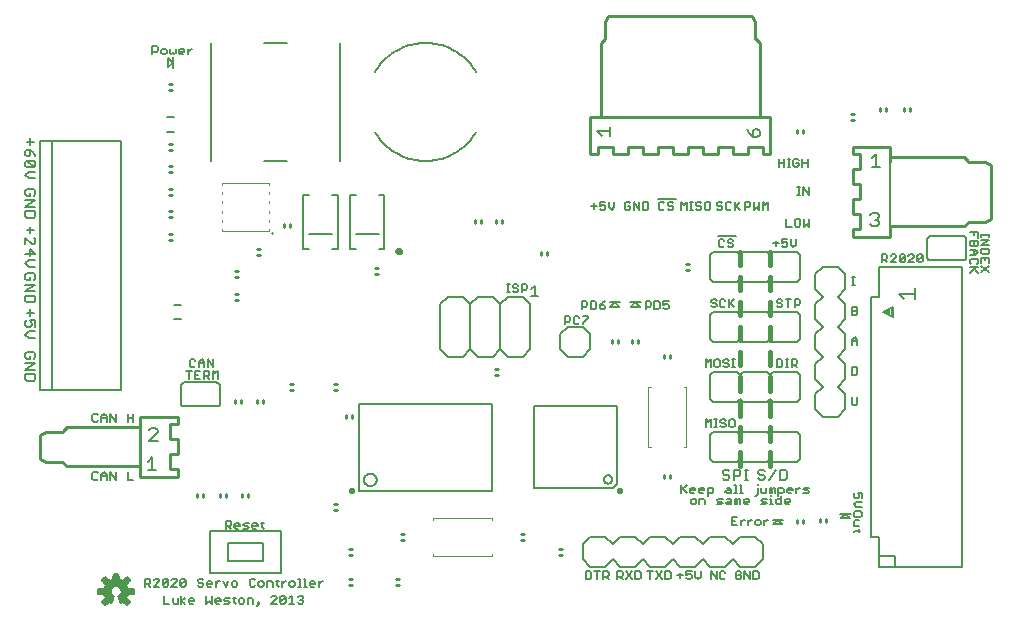
<source format=gto>
G75*
G70*
%OFA0B0*%
%FSLAX24Y24*%
%IPPOS*%
%LPD*%
%AMOC8*
5,1,8,0,0,1.08239X$1,22.5*
%
%ADD10C,0.0060*%
%ADD11C,0.0050*%
%ADD12C,0.0150*%
%ADD13C,0.0110*%
%ADD14C,0.0100*%
%ADD15C,0.0070*%
%ADD16C,0.0039*%
%ADD17C,0.0120*%
%ADD18R,0.0100X0.0200*%
%ADD19R,0.0050X0.0150*%
%ADD20R,0.0100X0.0100*%
%ADD21C,0.0080*%
%ADD22C,0.0059*%
D10*
X006130Y007530D02*
X007230Y007530D01*
X007247Y007532D01*
X007264Y007536D01*
X007280Y007543D01*
X007294Y007553D01*
X007307Y007566D01*
X007317Y007580D01*
X007324Y007596D01*
X007328Y007613D01*
X007330Y007630D01*
X007330Y008230D01*
X007328Y008247D01*
X007324Y008264D01*
X007317Y008280D01*
X007307Y008294D01*
X007294Y008307D01*
X007280Y008317D01*
X007264Y008324D01*
X007247Y008328D01*
X007230Y008330D01*
X006130Y008330D01*
X006113Y008328D01*
X006096Y008324D01*
X006080Y008317D01*
X006066Y008307D01*
X006053Y008294D01*
X006043Y008280D01*
X006036Y008264D01*
X006032Y008247D01*
X006030Y008230D01*
X006030Y007630D01*
X006032Y007613D01*
X006036Y007596D01*
X006043Y007580D01*
X006053Y007566D01*
X006066Y007553D01*
X006080Y007543D01*
X006096Y007536D01*
X006113Y007532D01*
X006130Y007530D01*
X006038Y010444D02*
X005802Y010444D01*
X005802Y010916D02*
X006038Y010916D01*
X001175Y011056D02*
X001175Y011226D01*
X000835Y011226D01*
X000835Y011056D01*
X000892Y010999D01*
X001119Y010999D01*
X001175Y011056D01*
X001005Y010775D02*
X001005Y010548D01*
X001005Y010407D02*
X001062Y010293D01*
X001062Y010237D01*
X001005Y010180D01*
X000892Y010180D01*
X000835Y010237D01*
X000835Y010350D01*
X000892Y010407D01*
X001005Y010407D02*
X001175Y010407D01*
X001175Y010180D01*
X001175Y010038D02*
X000948Y010038D01*
X000835Y009925D01*
X000948Y009812D01*
X001175Y009812D01*
X001119Y009338D02*
X000892Y009338D01*
X000835Y009281D01*
X000835Y009167D01*
X000892Y009111D01*
X001005Y009111D01*
X001005Y009224D01*
X001119Y009111D02*
X001175Y009167D01*
X001175Y009281D01*
X001119Y009338D01*
X001175Y008969D02*
X000835Y008969D01*
X000835Y008742D02*
X001175Y008742D01*
X001175Y008601D02*
X001175Y008431D01*
X001119Y008374D01*
X000892Y008374D01*
X000835Y008431D01*
X000835Y008601D01*
X001175Y008601D01*
X001175Y008969D02*
X000835Y008742D01*
X000892Y010662D02*
X001119Y010662D01*
X001175Y011367D02*
X000835Y011367D01*
X001175Y011594D01*
X000835Y011594D01*
X000892Y011736D02*
X001005Y011736D01*
X001005Y011849D01*
X000892Y011736D02*
X000835Y011792D01*
X000835Y011906D01*
X000892Y011963D01*
X001119Y011963D01*
X001175Y011906D01*
X001175Y011792D01*
X001119Y011736D01*
X001175Y012193D02*
X000948Y012193D01*
X000835Y012307D01*
X000948Y012420D01*
X001175Y012420D01*
X001175Y012618D02*
X001005Y012788D01*
X001005Y012562D01*
X000835Y012618D02*
X001175Y012618D01*
X001119Y012930D02*
X001175Y012987D01*
X001175Y013100D01*
X001119Y013157D01*
X001005Y013298D02*
X001005Y013525D01*
X000892Y013412D02*
X001119Y013412D01*
X000835Y013157D02*
X001062Y012930D01*
X001119Y012930D01*
X000835Y012930D02*
X000835Y013157D01*
X000892Y013812D02*
X001119Y013812D01*
X001175Y013868D01*
X001175Y014038D01*
X000835Y014038D01*
X000835Y013868D01*
X000892Y013812D01*
X000835Y014180D02*
X001175Y014180D01*
X001175Y014407D02*
X000835Y014407D01*
X000892Y014548D02*
X001005Y014548D01*
X001005Y014662D01*
X000892Y014775D02*
X000835Y014718D01*
X000835Y014605D01*
X000892Y014548D01*
X001119Y014548D02*
X001175Y014605D01*
X001175Y014718D01*
X001119Y014775D01*
X000892Y014775D01*
X000948Y015131D02*
X001175Y015131D01*
X001175Y015358D02*
X000948Y015358D01*
X000835Y015244D01*
X000948Y015131D01*
X000892Y015499D02*
X000835Y015556D01*
X000835Y015669D01*
X000892Y015726D01*
X001119Y015499D01*
X000892Y015499D01*
X001119Y015499D02*
X001175Y015556D01*
X001175Y015669D01*
X001119Y015726D01*
X000892Y015726D01*
X000892Y015867D02*
X000948Y015867D01*
X001005Y015924D01*
X001005Y016094D01*
X000892Y016094D01*
X000835Y016037D01*
X000835Y015924D01*
X000892Y015867D01*
X001005Y016094D02*
X001119Y015981D01*
X001175Y015867D01*
X001005Y016236D02*
X001005Y016463D01*
X000892Y016349D02*
X001119Y016349D01*
X001175Y014407D02*
X000835Y014180D01*
X005562Y016694D02*
X005798Y016694D01*
X005798Y017166D02*
X005562Y017166D01*
X014680Y010930D02*
X014930Y011180D01*
X015430Y011180D01*
X015680Y010930D01*
X015680Y009430D01*
X015430Y009180D01*
X014930Y009180D01*
X014680Y009430D01*
X014680Y010930D01*
X015680Y010930D02*
X015930Y011180D01*
X016430Y011180D01*
X016680Y010930D01*
X016680Y009430D01*
X016430Y009180D01*
X015930Y009180D01*
X015680Y009430D01*
X016680Y009430D02*
X016930Y009180D01*
X017430Y009180D01*
X017680Y009430D01*
X017680Y010930D01*
X017430Y011180D01*
X016930Y011180D01*
X016680Y010930D01*
X017710Y011210D02*
X017937Y011210D01*
X017823Y011210D02*
X017823Y011550D01*
X017710Y011437D01*
X018930Y010180D02*
X018680Y009930D01*
X018680Y009430D01*
X018930Y009180D01*
X019430Y009180D01*
X019680Y009430D01*
X019680Y009930D01*
X019430Y010180D01*
X018930Y010180D01*
X017800Y007560D02*
X020560Y007560D01*
X020560Y004940D01*
X020420Y004800D01*
X017800Y004800D01*
X017800Y007560D01*
X016400Y007625D02*
X011950Y007625D01*
X011950Y004725D01*
X016400Y004725D01*
X016400Y007625D01*
X020119Y005100D02*
X020121Y005123D01*
X020127Y005146D01*
X020136Y005167D01*
X020149Y005187D01*
X020165Y005204D01*
X020183Y005218D01*
X020203Y005229D01*
X020225Y005237D01*
X020248Y005241D01*
X020272Y005241D01*
X020295Y005237D01*
X020317Y005229D01*
X020337Y005218D01*
X020355Y005204D01*
X020371Y005187D01*
X020384Y005167D01*
X020393Y005146D01*
X020399Y005123D01*
X020401Y005100D01*
X020399Y005077D01*
X020393Y005054D01*
X020384Y005033D01*
X020371Y005013D01*
X020355Y004996D01*
X020337Y004982D01*
X020317Y004971D01*
X020295Y004963D01*
X020272Y004959D01*
X020248Y004959D01*
X020225Y004963D01*
X020203Y004971D01*
X020183Y004982D01*
X020165Y004996D01*
X020149Y005013D01*
X020136Y005033D01*
X020127Y005054D01*
X020121Y005077D01*
X020119Y005100D01*
X020180Y003180D02*
X019680Y003180D01*
X019430Y002930D01*
X019430Y002430D01*
X019680Y002180D01*
X020180Y002180D01*
X020430Y002430D01*
X020680Y002180D01*
X021180Y002180D01*
X021430Y002430D01*
X021680Y002180D01*
X022180Y002180D01*
X022430Y002430D01*
X022680Y002180D01*
X023180Y002180D01*
X023430Y002430D01*
X023680Y002180D01*
X024180Y002180D01*
X024430Y002430D01*
X024680Y002180D01*
X025180Y002180D01*
X025430Y002430D01*
X025430Y002930D01*
X025180Y003180D01*
X024680Y003180D01*
X024430Y002930D01*
X024180Y003180D01*
X023680Y003180D01*
X023430Y002930D01*
X023180Y003180D01*
X022680Y003180D01*
X022430Y002930D01*
X022180Y003180D01*
X021680Y003180D01*
X021430Y002930D01*
X021180Y003180D01*
X020680Y003180D01*
X020430Y002930D01*
X020180Y003180D01*
X023680Y005780D02*
X023780Y005680D01*
X024580Y005680D01*
X024680Y005780D01*
X024780Y005680D01*
X025580Y005680D01*
X025680Y005780D01*
X025780Y005680D01*
X026580Y005680D01*
X026680Y005780D01*
X026680Y006580D01*
X026580Y006680D01*
X025780Y006680D01*
X025680Y006580D01*
X025580Y006680D01*
X024780Y006680D01*
X024680Y006580D01*
X024580Y006680D01*
X023780Y006680D01*
X023680Y006580D01*
X023680Y005780D01*
X024085Y005369D02*
X024085Y005312D01*
X024142Y005255D01*
X024255Y005255D01*
X024312Y005198D01*
X024312Y005142D01*
X024255Y005085D01*
X024142Y005085D01*
X024085Y005142D01*
X024085Y005369D02*
X024142Y005425D01*
X024255Y005425D01*
X024312Y005369D01*
X024453Y005425D02*
X024623Y005425D01*
X024680Y005369D01*
X024680Y005255D01*
X024623Y005198D01*
X024453Y005198D01*
X024453Y005085D02*
X024453Y005425D01*
X024822Y005425D02*
X024935Y005425D01*
X024878Y005425D02*
X024878Y005085D01*
X024822Y005085D02*
X024935Y005085D01*
X025273Y005142D02*
X025329Y005085D01*
X025443Y005085D01*
X025499Y005142D01*
X025499Y005198D01*
X025443Y005255D01*
X025329Y005255D01*
X025273Y005312D01*
X025273Y005369D01*
X025329Y005425D01*
X025443Y005425D01*
X025499Y005369D01*
X025641Y005085D02*
X025868Y005425D01*
X026009Y005425D02*
X026179Y005425D01*
X026236Y005369D01*
X026236Y005142D01*
X026179Y005085D01*
X026009Y005085D01*
X026009Y005425D01*
X025780Y007680D02*
X026580Y007680D01*
X026680Y007780D01*
X026680Y008580D01*
X026580Y008680D01*
X025780Y008680D01*
X025680Y008580D01*
X025580Y008680D01*
X024780Y008680D01*
X024680Y008580D01*
X024580Y008680D01*
X023780Y008680D01*
X023680Y008580D01*
X023680Y007780D01*
X023780Y007680D01*
X024580Y007680D01*
X024680Y007780D01*
X024780Y007680D01*
X025580Y007680D01*
X025680Y007780D01*
X025780Y007680D01*
X025780Y009680D02*
X025680Y009780D01*
X025580Y009680D01*
X024780Y009680D01*
X024680Y009780D01*
X024580Y009680D01*
X023780Y009680D01*
X023680Y009780D01*
X023680Y010580D01*
X023780Y010680D01*
X024580Y010680D01*
X024680Y010580D01*
X024780Y010680D01*
X025580Y010680D01*
X025680Y010580D01*
X025780Y010680D01*
X026580Y010680D01*
X026680Y010580D01*
X026680Y009780D01*
X026580Y009680D01*
X025780Y009680D01*
X025780Y011680D02*
X026580Y011680D01*
X026680Y011780D01*
X026680Y012580D01*
X026580Y012680D01*
X025780Y012680D01*
X025680Y012580D01*
X025580Y012680D01*
X024780Y012680D01*
X024680Y012580D01*
X024580Y012680D01*
X023780Y012680D01*
X023680Y012580D01*
X023680Y011780D01*
X023780Y011680D01*
X024580Y011680D01*
X024680Y011780D01*
X024780Y011680D01*
X025580Y011680D01*
X025680Y011780D01*
X025780Y011680D01*
X029040Y011180D02*
X029310Y011180D01*
X029310Y011830D01*
X029310Y012180D01*
X029830Y012180D01*
X030430Y012180D01*
X030930Y012180D01*
X031530Y012180D01*
X032060Y012180D01*
X032060Y011830D01*
X032060Y011180D01*
X032060Y003180D01*
X032060Y002530D01*
X032060Y002190D01*
X031530Y002190D01*
X030930Y002190D01*
X030430Y002190D01*
X029830Y002190D01*
X029830Y002530D01*
X029310Y002530D01*
X029310Y002190D01*
X029830Y002190D01*
X029310Y002530D02*
X029310Y003180D01*
X029040Y003180D01*
X029040Y011180D01*
X029430Y010680D02*
X029530Y010680D01*
X029430Y010680D02*
X029760Y010850D01*
X029760Y010510D01*
X029430Y010680D01*
X029960Y011288D02*
X030500Y011288D01*
X030500Y011108D02*
X030500Y011468D01*
X030140Y011108D02*
X029960Y011288D01*
X031005Y012405D02*
X032105Y012405D01*
X032122Y012407D01*
X032139Y012411D01*
X032155Y012418D01*
X032169Y012428D01*
X032182Y012441D01*
X032192Y012455D01*
X032199Y012471D01*
X032203Y012488D01*
X032205Y012505D01*
X032205Y013105D01*
X032203Y013122D01*
X032199Y013139D01*
X032192Y013155D01*
X032182Y013169D01*
X032169Y013182D01*
X032155Y013192D01*
X032139Y013199D01*
X032122Y013203D01*
X032105Y013205D01*
X031005Y013205D01*
X030988Y013203D01*
X030971Y013199D01*
X030955Y013192D01*
X030941Y013182D01*
X030928Y013169D01*
X030918Y013155D01*
X030911Y013139D01*
X030907Y013122D01*
X030905Y013105D01*
X030905Y012505D01*
X030907Y012488D01*
X030911Y012471D01*
X030918Y012455D01*
X030928Y012441D01*
X030941Y012428D01*
X030955Y012418D01*
X030971Y012411D01*
X030988Y012407D01*
X031005Y012405D01*
X012130Y005085D02*
X012132Y005114D01*
X012138Y005142D01*
X012147Y005169D01*
X012161Y005194D01*
X012177Y005218D01*
X012197Y005238D01*
X012219Y005257D01*
X012243Y005271D01*
X012270Y005283D01*
X012297Y005291D01*
X012326Y005295D01*
X012354Y005295D01*
X012383Y005291D01*
X012410Y005283D01*
X012437Y005271D01*
X012461Y005257D01*
X012483Y005238D01*
X012503Y005218D01*
X012519Y005194D01*
X012533Y005169D01*
X012542Y005142D01*
X012548Y005114D01*
X012550Y005085D01*
X012548Y005056D01*
X012542Y005028D01*
X012533Y005001D01*
X012519Y004976D01*
X012503Y004952D01*
X012483Y004932D01*
X012461Y004913D01*
X012437Y004899D01*
X012410Y004887D01*
X012383Y004879D01*
X012354Y004875D01*
X012326Y004875D01*
X012297Y004879D01*
X012270Y004887D01*
X012243Y004899D01*
X012219Y004913D01*
X012197Y004932D01*
X012177Y004952D01*
X012161Y004976D01*
X012147Y005001D01*
X012138Y005028D01*
X012132Y005056D01*
X012130Y005085D01*
D11*
X009360Y003370D02*
X009360Y001990D01*
X007000Y001990D01*
X007000Y003370D01*
X009360Y003370D01*
X008786Y003455D02*
X008741Y003500D01*
X008741Y003680D01*
X008696Y003635D02*
X008786Y003635D01*
X008582Y003590D02*
X008537Y003635D01*
X008446Y003635D01*
X008401Y003590D01*
X008401Y003500D01*
X008446Y003455D01*
X008537Y003455D01*
X008582Y003545D02*
X008401Y003545D01*
X008287Y003500D02*
X008242Y003545D01*
X008152Y003545D01*
X008107Y003590D01*
X008152Y003635D01*
X008287Y003635D01*
X008287Y003500D02*
X008242Y003455D01*
X008107Y003455D01*
X007992Y003545D02*
X007812Y003545D01*
X007812Y003500D02*
X007812Y003590D01*
X007857Y003635D01*
X007947Y003635D01*
X007992Y003590D01*
X007992Y003545D01*
X007947Y003455D02*
X007857Y003455D01*
X007812Y003500D01*
X007698Y003455D02*
X007608Y003545D01*
X007653Y003545D02*
X007518Y003545D01*
X007518Y003455D02*
X007518Y003725D01*
X007653Y003725D01*
X007698Y003680D01*
X007698Y003590D01*
X007653Y003545D01*
X007590Y002980D02*
X008770Y002980D01*
X008770Y002380D01*
X007590Y002380D01*
X007590Y002980D01*
X008582Y003545D02*
X008582Y003590D01*
X008452Y001788D02*
X008362Y001788D01*
X008317Y001743D01*
X008317Y001563D01*
X008362Y001518D01*
X008452Y001518D01*
X008497Y001563D01*
X008611Y001563D02*
X008656Y001518D01*
X008746Y001518D01*
X008792Y001563D01*
X008792Y001653D01*
X008746Y001698D01*
X008656Y001698D01*
X008611Y001653D01*
X008611Y001563D01*
X008497Y001743D02*
X008452Y001788D01*
X007908Y001653D02*
X007863Y001698D01*
X007772Y001698D01*
X007727Y001653D01*
X007727Y001563D01*
X007772Y001518D01*
X007863Y001518D01*
X007908Y001563D01*
X007908Y001653D01*
X007613Y001698D02*
X007523Y001518D01*
X007433Y001698D01*
X007322Y001698D02*
X007277Y001698D01*
X007187Y001608D01*
X007187Y001518D02*
X007187Y001698D01*
X007073Y001653D02*
X007073Y001608D01*
X006893Y001608D01*
X006893Y001653D02*
X006938Y001698D01*
X007028Y001698D01*
X007073Y001653D01*
X007028Y001518D02*
X006938Y001518D01*
X006893Y001563D01*
X006893Y001653D01*
X006778Y001608D02*
X006778Y001563D01*
X006733Y001518D01*
X006643Y001518D01*
X006598Y001563D01*
X006643Y001653D02*
X006733Y001653D01*
X006778Y001608D01*
X006778Y001743D02*
X006733Y001788D01*
X006643Y001788D01*
X006598Y001743D01*
X006598Y001698D01*
X006643Y001653D01*
X006189Y001743D02*
X006009Y001563D01*
X006054Y001518D01*
X006144Y001518D01*
X006189Y001563D01*
X006189Y001743D01*
X006144Y001788D01*
X006054Y001788D01*
X006009Y001743D01*
X006009Y001563D01*
X005894Y001518D02*
X005714Y001518D01*
X005894Y001698D01*
X005894Y001743D01*
X005849Y001788D01*
X005759Y001788D01*
X005714Y001743D01*
X005599Y001743D02*
X005419Y001563D01*
X005464Y001518D01*
X005554Y001518D01*
X005599Y001563D01*
X005599Y001743D01*
X005554Y001788D01*
X005464Y001788D01*
X005419Y001743D01*
X005419Y001563D01*
X005305Y001518D02*
X005125Y001518D01*
X005305Y001698D01*
X005305Y001743D01*
X005260Y001788D01*
X005170Y001788D01*
X005125Y001743D01*
X005010Y001743D02*
X005010Y001653D01*
X004965Y001608D01*
X004830Y001608D01*
X004920Y001608D02*
X005010Y001518D01*
X004830Y001518D02*
X004830Y001788D01*
X004965Y001788D01*
X005010Y001743D01*
X005455Y001225D02*
X005455Y000955D01*
X005635Y000955D01*
X005750Y001000D02*
X005795Y000955D01*
X005930Y000955D01*
X005930Y001135D01*
X006044Y001045D02*
X006179Y001135D01*
X006290Y001090D02*
X006335Y001135D01*
X006425Y001135D01*
X006470Y001090D01*
X006470Y001045D01*
X006290Y001045D01*
X006290Y001000D02*
X006290Y001090D01*
X006290Y001000D02*
X006335Y000955D01*
X006425Y000955D01*
X006179Y000955D02*
X006044Y001045D01*
X006044Y000955D02*
X006044Y001225D01*
X005750Y001135D02*
X005750Y001000D01*
X006879Y000955D02*
X006969Y001045D01*
X007059Y000955D01*
X007059Y001225D01*
X007174Y001090D02*
X007174Y001000D01*
X007219Y000955D01*
X007309Y000955D01*
X007354Y001045D02*
X007174Y001045D01*
X007174Y001090D02*
X007219Y001135D01*
X007309Y001135D01*
X007354Y001090D01*
X007354Y001045D01*
X007468Y001090D02*
X007513Y001135D01*
X007649Y001135D01*
X007604Y001045D02*
X007513Y001045D01*
X007468Y001090D01*
X007468Y000955D02*
X007604Y000955D01*
X007649Y001000D01*
X007604Y001045D01*
X007763Y001135D02*
X007853Y001135D01*
X007808Y001180D02*
X007808Y001000D01*
X007853Y000955D01*
X007960Y001000D02*
X008005Y000955D01*
X008095Y000955D01*
X008140Y001000D01*
X008140Y001090D01*
X008095Y001135D01*
X008005Y001135D01*
X007960Y001090D01*
X007960Y001000D01*
X008254Y000955D02*
X008254Y001135D01*
X008389Y001135D01*
X008434Y001090D01*
X008434Y000955D01*
X008549Y000865D02*
X008639Y000955D01*
X008594Y000955D01*
X008594Y001000D01*
X008639Y001000D01*
X008639Y000955D01*
X009040Y000955D02*
X009220Y001135D01*
X009220Y001180D01*
X009175Y001225D01*
X009085Y001225D01*
X009040Y001180D01*
X009040Y000955D02*
X009220Y000955D01*
X009335Y001000D02*
X009515Y001180D01*
X009515Y001000D01*
X009470Y000955D01*
X009380Y000955D01*
X009335Y001000D01*
X009335Y001180D01*
X009380Y001225D01*
X009470Y001225D01*
X009515Y001180D01*
X009629Y001135D02*
X009719Y001225D01*
X009719Y000955D01*
X009629Y000955D02*
X009809Y000955D01*
X009924Y001000D02*
X009969Y000955D01*
X010059Y000955D01*
X010104Y001000D01*
X010104Y001045D01*
X010059Y001090D01*
X010014Y001090D01*
X010059Y001090D02*
X010104Y001135D01*
X010104Y001180D01*
X010059Y001225D01*
X009969Y001225D01*
X009924Y001180D01*
X009937Y001518D02*
X010027Y001518D01*
X009982Y001518D02*
X009982Y001788D01*
X009937Y001788D01*
X009823Y001653D02*
X009778Y001698D01*
X009688Y001698D01*
X009643Y001653D01*
X009643Y001563D01*
X009688Y001518D01*
X009778Y001518D01*
X009823Y001563D01*
X009823Y001653D01*
X009532Y001698D02*
X009487Y001698D01*
X009397Y001608D01*
X009397Y001518D02*
X009397Y001698D01*
X009291Y001698D02*
X009201Y001698D01*
X009246Y001743D02*
X009246Y001563D01*
X009291Y001518D01*
X009086Y001518D02*
X009086Y001653D01*
X009041Y001698D01*
X008906Y001698D01*
X008906Y001518D01*
X010134Y001518D02*
X010224Y001518D01*
X010179Y001518D02*
X010179Y001788D01*
X010134Y001788D01*
X010330Y001653D02*
X010375Y001698D01*
X010465Y001698D01*
X010510Y001653D01*
X010510Y001608D01*
X010330Y001608D01*
X010330Y001563D02*
X010330Y001653D01*
X010330Y001563D02*
X010375Y001518D01*
X010465Y001518D01*
X010625Y001518D02*
X010625Y001698D01*
X010715Y001698D02*
X010760Y001698D01*
X010715Y001698D02*
X010625Y001608D01*
X006879Y001225D02*
X006879Y000955D01*
X004439Y005080D02*
X004259Y005080D01*
X004259Y005350D01*
X003849Y005350D02*
X003849Y005080D01*
X003669Y005350D01*
X003669Y005080D01*
X003555Y005080D02*
X003555Y005260D01*
X003465Y005350D01*
X003375Y005260D01*
X003375Y005080D01*
X003260Y005125D02*
X003215Y005080D01*
X003125Y005080D01*
X003080Y005125D01*
X003080Y005305D01*
X003125Y005350D01*
X003215Y005350D01*
X003260Y005305D01*
X003375Y005215D02*
X003555Y005215D01*
X003555Y007018D02*
X003555Y007198D01*
X003465Y007288D01*
X003375Y007198D01*
X003375Y007018D01*
X003260Y007063D02*
X003215Y007018D01*
X003125Y007018D01*
X003080Y007063D01*
X003080Y007243D01*
X003125Y007288D01*
X003215Y007288D01*
X003260Y007243D01*
X003375Y007153D02*
X003555Y007153D01*
X003669Y007018D02*
X003669Y007288D01*
X003849Y007018D01*
X003849Y007288D01*
X004259Y007288D02*
X004259Y007018D01*
X004259Y007153D02*
X004439Y007153D01*
X004439Y007288D02*
X004439Y007018D01*
X006295Y008455D02*
X006295Y008725D01*
X006205Y008725D02*
X006385Y008725D01*
X006375Y008830D02*
X006465Y008830D01*
X006510Y008875D01*
X006625Y008830D02*
X006625Y009010D01*
X006715Y009100D01*
X006805Y009010D01*
X006805Y008830D01*
X006794Y008725D02*
X006929Y008725D01*
X006974Y008680D01*
X006974Y008590D01*
X006929Y008545D01*
X006794Y008545D01*
X006794Y008455D02*
X006794Y008725D01*
X006680Y008725D02*
X006500Y008725D01*
X006500Y008455D01*
X006680Y008455D01*
X006590Y008590D02*
X006500Y008590D01*
X006375Y008830D02*
X006330Y008875D01*
X006330Y009055D01*
X006375Y009100D01*
X006465Y009100D01*
X006510Y009055D01*
X006625Y008965D02*
X006805Y008965D01*
X006919Y008830D02*
X006919Y009100D01*
X007099Y008830D01*
X007099Y009100D01*
X007089Y008725D02*
X007179Y008635D01*
X007269Y008725D01*
X007269Y008455D01*
X007089Y008455D02*
X007089Y008725D01*
X006884Y008545D02*
X006974Y008455D01*
X016893Y011330D02*
X016983Y011330D01*
X016938Y011330D02*
X016938Y011600D01*
X016893Y011600D02*
X016983Y011600D01*
X017089Y011555D02*
X017089Y011510D01*
X017134Y011465D01*
X017224Y011465D01*
X017269Y011420D01*
X017269Y011375D01*
X017224Y011330D01*
X017134Y011330D01*
X017089Y011375D01*
X017089Y011555D02*
X017134Y011600D01*
X017224Y011600D01*
X017269Y011555D01*
X017384Y011600D02*
X017519Y011600D01*
X017564Y011555D01*
X017564Y011465D01*
X017519Y011420D01*
X017384Y011420D01*
X017384Y011330D02*
X017384Y011600D01*
X018830Y010538D02*
X018965Y010538D01*
X019010Y010493D01*
X019010Y010403D01*
X018965Y010358D01*
X018830Y010358D01*
X018830Y010268D02*
X018830Y010538D01*
X019125Y010493D02*
X019125Y010313D01*
X019170Y010268D01*
X019260Y010268D01*
X019305Y010313D01*
X019419Y010313D02*
X019419Y010268D01*
X019419Y010313D02*
X019599Y010493D01*
X019599Y010538D01*
X019419Y010538D01*
X019305Y010493D02*
X019260Y010538D01*
X019170Y010538D01*
X019125Y010493D01*
X019393Y010768D02*
X019393Y011038D01*
X019528Y011038D01*
X019573Y010993D01*
X019573Y010903D01*
X019528Y010858D01*
X019393Y010858D01*
X019687Y010768D02*
X019687Y011038D01*
X019822Y011038D01*
X019867Y010993D01*
X019867Y010813D01*
X019822Y010768D01*
X019687Y010768D01*
X019982Y010813D02*
X019982Y010903D01*
X020117Y010903D01*
X020162Y010858D01*
X020162Y010813D01*
X020117Y010768D01*
X020027Y010768D01*
X019982Y010813D01*
X019982Y010903D02*
X020072Y010993D01*
X020162Y011038D01*
X021518Y011038D02*
X021518Y010768D01*
X021518Y010858D02*
X021653Y010858D01*
X021698Y010903D01*
X021698Y010993D01*
X021653Y011038D01*
X021518Y011038D01*
X021812Y011038D02*
X021812Y010768D01*
X021947Y010768D01*
X021992Y010813D01*
X021992Y010993D01*
X021947Y011038D01*
X021812Y011038D01*
X022107Y011038D02*
X022107Y010903D01*
X022197Y010948D01*
X022242Y010948D01*
X022287Y010903D01*
X022287Y010813D01*
X022242Y010768D01*
X022152Y010768D01*
X022107Y010813D01*
X022107Y011038D02*
X022287Y011038D01*
X023705Y011055D02*
X023705Y011010D01*
X023750Y010965D01*
X023840Y010965D01*
X023885Y010920D01*
X023885Y010875D01*
X023840Y010830D01*
X023750Y010830D01*
X023705Y010875D01*
X023705Y011055D02*
X023750Y011100D01*
X023840Y011100D01*
X023885Y011055D01*
X024000Y011055D02*
X024000Y010875D01*
X024045Y010830D01*
X024135Y010830D01*
X024180Y010875D01*
X024294Y010830D02*
X024294Y011100D01*
X024180Y011055D02*
X024135Y011100D01*
X024045Y011100D01*
X024000Y011055D01*
X024294Y010920D02*
X024474Y011100D01*
X024339Y010965D02*
X024474Y010830D01*
X025893Y010875D02*
X025938Y010830D01*
X026028Y010830D01*
X026073Y010875D01*
X026073Y010920D01*
X026028Y010965D01*
X025938Y010965D01*
X025893Y011010D01*
X025893Y011055D01*
X025938Y011100D01*
X026028Y011100D01*
X026073Y011055D01*
X026187Y011100D02*
X026367Y011100D01*
X026277Y011100D02*
X026277Y010830D01*
X026482Y010830D02*
X026482Y011100D01*
X026617Y011100D01*
X026662Y011055D01*
X026662Y010965D01*
X026617Y010920D01*
X026482Y010920D01*
X028393Y010850D02*
X028393Y010580D01*
X028528Y010580D01*
X028573Y010625D01*
X028573Y010670D01*
X028528Y010715D01*
X028393Y010715D01*
X028528Y010715D02*
X028573Y010760D01*
X028573Y010805D01*
X028528Y010850D01*
X028393Y010850D01*
X028393Y011580D02*
X028483Y011580D01*
X028438Y011580D02*
X028438Y011850D01*
X028393Y011850D02*
X028483Y011850D01*
X029393Y012330D02*
X029393Y012600D01*
X029528Y012600D01*
X029573Y012555D01*
X029573Y012465D01*
X029528Y012420D01*
X029393Y012420D01*
X029483Y012420D02*
X029573Y012330D01*
X029687Y012330D02*
X029867Y012510D01*
X029867Y012555D01*
X029822Y012600D01*
X029732Y012600D01*
X029687Y012555D01*
X029687Y012330D02*
X029867Y012330D01*
X029982Y012375D02*
X030162Y012555D01*
X030162Y012375D01*
X030117Y012330D01*
X030027Y012330D01*
X029982Y012375D01*
X029982Y012555D01*
X030027Y012600D01*
X030117Y012600D01*
X030162Y012555D01*
X030276Y012555D02*
X030321Y012600D01*
X030412Y012600D01*
X030457Y012555D01*
X030457Y012510D01*
X030276Y012330D01*
X030457Y012330D01*
X030571Y012375D02*
X030751Y012555D01*
X030751Y012375D01*
X030706Y012330D01*
X030616Y012330D01*
X030571Y012375D01*
X030571Y012555D01*
X030616Y012600D01*
X030706Y012600D01*
X030751Y012555D01*
X029680Y013530D02*
X029680Y015680D01*
X026921Y015653D02*
X026741Y015653D01*
X026626Y015653D02*
X026536Y015653D01*
X026626Y015653D02*
X026626Y015563D01*
X026581Y015518D01*
X026491Y015518D01*
X026446Y015563D01*
X026446Y015743D01*
X026491Y015788D01*
X026581Y015788D01*
X026626Y015743D01*
X026741Y015788D02*
X026741Y015518D01*
X026921Y015518D02*
X026921Y015788D01*
X026340Y015788D02*
X026250Y015788D01*
X026295Y015788D02*
X026295Y015518D01*
X026250Y015518D02*
X026340Y015518D01*
X026135Y015518D02*
X026135Y015788D01*
X026135Y015653D02*
X025955Y015653D01*
X025955Y015518D02*
X025955Y015788D01*
X026580Y014850D02*
X026670Y014850D01*
X026625Y014850D02*
X026625Y014580D01*
X026580Y014580D02*
X026670Y014580D01*
X026776Y014580D02*
X026776Y014850D01*
X026957Y014580D01*
X026957Y014850D01*
X025599Y014350D02*
X025599Y014080D01*
X025419Y014080D02*
X025419Y014350D01*
X025509Y014260D01*
X025599Y014350D01*
X025305Y014350D02*
X025305Y014080D01*
X025215Y014170D01*
X025125Y014080D01*
X025125Y014350D01*
X025010Y014305D02*
X025010Y014215D01*
X024965Y014170D01*
X024830Y014170D01*
X024830Y014080D02*
X024830Y014350D01*
X024965Y014350D01*
X025010Y014305D01*
X024662Y014350D02*
X024482Y014170D01*
X024527Y014215D02*
X024662Y014080D01*
X024482Y014080D02*
X024482Y014350D01*
X024367Y014305D02*
X024322Y014350D01*
X024232Y014350D01*
X024187Y014305D01*
X024187Y014125D01*
X024232Y014080D01*
X024322Y014080D01*
X024367Y014125D01*
X024073Y014125D02*
X024028Y014080D01*
X023938Y014080D01*
X023893Y014125D01*
X023938Y014215D02*
X024028Y014215D01*
X024073Y014170D01*
X024073Y014125D01*
X023938Y014215D02*
X023893Y014260D01*
X023893Y014305D01*
X023938Y014350D01*
X024028Y014350D01*
X024073Y014305D01*
X023671Y014305D02*
X023626Y014350D01*
X023536Y014350D01*
X023491Y014305D01*
X023491Y014125D01*
X023536Y014080D01*
X023626Y014080D01*
X023671Y014125D01*
X023671Y014305D01*
X023376Y014305D02*
X023331Y014350D01*
X023241Y014350D01*
X023196Y014305D01*
X023196Y014260D01*
X023241Y014215D01*
X023331Y014215D01*
X023376Y014170D01*
X023376Y014125D01*
X023331Y014080D01*
X023241Y014080D01*
X023196Y014125D01*
X023090Y014080D02*
X023000Y014080D01*
X023045Y014080D02*
X023045Y014350D01*
X023000Y014350D02*
X023090Y014350D01*
X022885Y014350D02*
X022795Y014260D01*
X022705Y014350D01*
X022705Y014080D01*
X022885Y014080D02*
X022885Y014350D01*
X022519Y014450D02*
X021930Y014450D01*
X022000Y014350D02*
X021955Y014305D01*
X021955Y014125D01*
X022000Y014080D01*
X022090Y014080D01*
X022135Y014125D01*
X022250Y014125D02*
X022295Y014080D01*
X022385Y014080D01*
X022430Y014125D01*
X022430Y014170D01*
X022385Y014215D01*
X022295Y014215D01*
X022250Y014260D01*
X022250Y014305D01*
X022295Y014350D01*
X022385Y014350D01*
X022430Y014305D01*
X022135Y014305D02*
X022090Y014350D01*
X022000Y014350D01*
X021599Y014305D02*
X021554Y014350D01*
X021419Y014350D01*
X021419Y014080D01*
X021554Y014080D01*
X021599Y014125D01*
X021599Y014305D01*
X021305Y014350D02*
X021305Y014080D01*
X021125Y014350D01*
X021125Y014080D01*
X021010Y014125D02*
X021010Y014215D01*
X020920Y014215D01*
X020830Y014125D02*
X020875Y014080D01*
X020965Y014080D01*
X021010Y014125D01*
X020830Y014125D02*
X020830Y014305D01*
X020875Y014350D01*
X020965Y014350D01*
X021010Y014305D01*
X020474Y014350D02*
X020474Y014170D01*
X020384Y014080D01*
X020294Y014170D01*
X020294Y014350D01*
X020180Y014350D02*
X020000Y014350D01*
X020000Y014215D01*
X020090Y014260D01*
X020135Y014260D01*
X020180Y014215D01*
X020180Y014125D01*
X020135Y014080D01*
X020045Y014080D01*
X020000Y014125D01*
X019885Y014215D02*
X019705Y014215D01*
X019795Y014305D02*
X019795Y014125D01*
X023930Y013200D02*
X024519Y013200D01*
X024385Y013100D02*
X024295Y013100D01*
X024250Y013055D01*
X024250Y013010D01*
X024295Y012965D01*
X024385Y012965D01*
X024430Y012920D01*
X024430Y012875D01*
X024385Y012830D01*
X024295Y012830D01*
X024250Y012875D01*
X024135Y012875D02*
X024090Y012830D01*
X024000Y012830D01*
X023955Y012875D01*
X023955Y013055D01*
X024000Y013100D01*
X024090Y013100D01*
X024135Y013055D01*
X024385Y013100D02*
X024430Y013055D01*
X025768Y012965D02*
X025948Y012965D01*
X026062Y012965D02*
X026152Y013010D01*
X026197Y013010D01*
X026242Y012965D01*
X026242Y012875D01*
X026197Y012830D01*
X026107Y012830D01*
X026062Y012875D01*
X026062Y012965D02*
X026062Y013100D01*
X026242Y013100D01*
X026357Y013100D02*
X026357Y012920D01*
X026447Y012830D01*
X026537Y012920D01*
X026537Y013100D01*
X026545Y013518D02*
X026635Y013518D01*
X026680Y013563D01*
X026680Y013743D01*
X026635Y013788D01*
X026545Y013788D01*
X026500Y013743D01*
X026500Y013563D01*
X026545Y013518D01*
X026385Y013518D02*
X026205Y013518D01*
X026205Y013788D01*
X026794Y013788D02*
X026794Y013518D01*
X026884Y013608D01*
X026974Y013518D01*
X026974Y013788D01*
X025858Y013055D02*
X025858Y012875D01*
X028483Y009850D02*
X028573Y009760D01*
X028573Y009580D01*
X028573Y009715D02*
X028393Y009715D01*
X028393Y009760D02*
X028483Y009850D01*
X028393Y009760D02*
X028393Y009580D01*
X028393Y008850D02*
X028528Y008850D01*
X028573Y008805D01*
X028573Y008625D01*
X028528Y008580D01*
X028393Y008580D01*
X028393Y008850D01*
X028393Y007850D02*
X028393Y007625D01*
X028438Y007580D01*
X028528Y007580D01*
X028573Y007625D01*
X028573Y007850D01*
X026564Y008830D02*
X026474Y008920D01*
X026519Y008920D02*
X026384Y008920D01*
X026384Y008830D02*
X026384Y009100D01*
X026519Y009100D01*
X026564Y009055D01*
X026564Y008965D01*
X026519Y008920D01*
X026277Y008830D02*
X026187Y008830D01*
X026232Y008830D02*
X026232Y009100D01*
X026187Y009100D02*
X026277Y009100D01*
X026073Y009055D02*
X026028Y009100D01*
X025893Y009100D01*
X025893Y008830D01*
X026028Y008830D01*
X026073Y008875D01*
X026073Y009055D01*
X024492Y009100D02*
X024401Y009100D01*
X024446Y009100D02*
X024446Y008830D01*
X024401Y008830D02*
X024492Y008830D01*
X024287Y008875D02*
X024242Y008830D01*
X024152Y008830D01*
X024107Y008875D01*
X024152Y008965D02*
X024242Y008965D01*
X024287Y008920D01*
X024287Y008875D01*
X024152Y008965D02*
X024107Y009010D01*
X024107Y009055D01*
X024152Y009100D01*
X024242Y009100D01*
X024287Y009055D01*
X023992Y009055D02*
X023992Y008875D01*
X023947Y008830D01*
X023857Y008830D01*
X023812Y008875D01*
X023812Y009055D01*
X023857Y009100D01*
X023947Y009100D01*
X023992Y009055D01*
X023698Y009100D02*
X023698Y008830D01*
X023518Y008830D02*
X023518Y009100D01*
X023608Y009010D01*
X023698Y009100D01*
X023698Y007100D02*
X023698Y006830D01*
X023812Y006830D02*
X023902Y006830D01*
X023857Y006830D02*
X023857Y007100D01*
X023812Y007100D02*
X023902Y007100D01*
X024009Y007055D02*
X024009Y007010D01*
X024054Y006965D01*
X024144Y006965D01*
X024189Y006920D01*
X024189Y006875D01*
X024144Y006830D01*
X024054Y006830D01*
X024009Y006875D01*
X024009Y007055D02*
X024054Y007100D01*
X024144Y007100D01*
X024189Y007055D01*
X024303Y007055D02*
X024303Y006875D01*
X024348Y006830D01*
X024438Y006830D01*
X024483Y006875D01*
X024483Y007055D01*
X024438Y007100D01*
X024348Y007100D01*
X024303Y007055D01*
X023698Y007100D02*
X023608Y007010D01*
X023518Y007100D01*
X023518Y006830D01*
X025251Y004958D02*
X025251Y004913D01*
X025251Y004823D02*
X025251Y004597D01*
X025205Y004552D01*
X025160Y004552D01*
X025357Y004688D02*
X025402Y004643D01*
X025537Y004643D01*
X025537Y004823D01*
X025652Y004823D02*
X025697Y004823D01*
X025742Y004778D01*
X025787Y004823D01*
X025832Y004778D01*
X025832Y004643D01*
X025742Y004643D02*
X025742Y004778D01*
X025652Y004823D02*
X025652Y004643D01*
X025714Y004583D02*
X025714Y004538D01*
X025714Y004448D02*
X025714Y004268D01*
X025669Y004268D02*
X025759Y004268D01*
X025866Y004313D02*
X025911Y004268D01*
X026046Y004268D01*
X026046Y004538D01*
X026046Y004448D02*
X025911Y004448D01*
X025866Y004403D01*
X025866Y004313D01*
X025714Y004448D02*
X025669Y004448D01*
X025555Y004448D02*
X025420Y004448D01*
X025375Y004403D01*
X025420Y004358D01*
X025510Y004358D01*
X025555Y004313D01*
X025510Y004268D01*
X025375Y004268D01*
X024966Y004358D02*
X024785Y004358D01*
X024785Y004403D02*
X024830Y004448D01*
X024921Y004448D01*
X024966Y004403D01*
X024966Y004358D01*
X024921Y004268D02*
X024830Y004268D01*
X024785Y004313D01*
X024785Y004403D01*
X024671Y004403D02*
X024671Y004268D01*
X024581Y004268D02*
X024581Y004403D01*
X024626Y004448D01*
X024671Y004403D01*
X024581Y004403D02*
X024536Y004448D01*
X024491Y004448D01*
X024491Y004268D01*
X024376Y004268D02*
X024376Y004403D01*
X024331Y004448D01*
X024241Y004448D01*
X024241Y004358D02*
X024376Y004358D01*
X024376Y004268D02*
X024241Y004268D01*
X024196Y004313D01*
X024241Y004358D01*
X024082Y004313D02*
X024037Y004358D01*
X023946Y004358D01*
X023901Y004403D01*
X023946Y004448D01*
X024082Y004448D01*
X024082Y004313D02*
X024037Y004268D01*
X023901Y004268D01*
X023492Y004268D02*
X023492Y004403D01*
X023447Y004448D01*
X023312Y004448D01*
X023312Y004268D01*
X023198Y004313D02*
X023153Y004268D01*
X023063Y004268D01*
X023018Y004313D01*
X023018Y004403D01*
X023063Y004448D01*
X023153Y004448D01*
X023198Y004403D01*
X023198Y004313D01*
X023135Y004643D02*
X023045Y004643D01*
X023000Y004688D01*
X023000Y004778D01*
X023045Y004823D01*
X023135Y004823D01*
X023180Y004778D01*
X023180Y004733D01*
X023000Y004733D01*
X022885Y004643D02*
X022750Y004778D01*
X022705Y004733D02*
X022885Y004913D01*
X022705Y004913D02*
X022705Y004643D01*
X023294Y004688D02*
X023294Y004778D01*
X023339Y004823D01*
X023429Y004823D01*
X023474Y004778D01*
X023474Y004733D01*
X023294Y004733D01*
X023294Y004688D02*
X023339Y004643D01*
X023429Y004643D01*
X023589Y004643D02*
X023724Y004643D01*
X023769Y004688D01*
X023769Y004778D01*
X023724Y004823D01*
X023589Y004823D01*
X023589Y004552D01*
X024178Y004688D02*
X024223Y004733D01*
X024358Y004733D01*
X024358Y004778D02*
X024358Y004643D01*
X024223Y004643D01*
X024178Y004688D01*
X024223Y004823D02*
X024313Y004823D01*
X024358Y004778D01*
X024473Y004913D02*
X024518Y004913D01*
X024518Y004643D01*
X024473Y004643D02*
X024563Y004643D01*
X024669Y004643D02*
X024759Y004643D01*
X024714Y004643D02*
X024714Y004913D01*
X024669Y004913D01*
X025357Y004823D02*
X025357Y004688D01*
X025946Y004643D02*
X026081Y004643D01*
X026126Y004688D01*
X026126Y004778D01*
X026081Y004823D01*
X025946Y004823D01*
X025946Y004552D01*
X026160Y004403D02*
X026205Y004448D01*
X026296Y004448D01*
X026341Y004403D01*
X026341Y004358D01*
X026160Y004358D01*
X026160Y004313D02*
X026160Y004403D01*
X026160Y004313D02*
X026205Y004268D01*
X026296Y004268D01*
X026286Y004643D02*
X026241Y004688D01*
X026241Y004778D01*
X026286Y004823D01*
X026376Y004823D01*
X026421Y004778D01*
X026421Y004733D01*
X026241Y004733D01*
X026286Y004643D02*
X026376Y004643D01*
X026535Y004643D02*
X026535Y004823D01*
X026535Y004733D02*
X026626Y004823D01*
X026671Y004823D01*
X026781Y004778D02*
X026826Y004823D01*
X026961Y004823D01*
X026916Y004733D02*
X026826Y004733D01*
X026781Y004778D01*
X026781Y004643D02*
X026916Y004643D01*
X026961Y004688D01*
X026916Y004733D01*
X028455Y004610D02*
X028500Y004655D01*
X028455Y004610D02*
X028455Y004520D01*
X028500Y004475D01*
X028590Y004475D01*
X028635Y004520D01*
X028635Y004565D01*
X028590Y004655D01*
X028725Y004655D01*
X028725Y004475D01*
X028725Y004360D02*
X028545Y004360D01*
X028455Y004270D01*
X028545Y004180D01*
X028725Y004180D01*
X028680Y004030D02*
X028500Y004030D01*
X028455Y003985D01*
X028455Y003895D01*
X028500Y003850D01*
X028680Y003850D01*
X028725Y003895D01*
X028725Y003985D01*
X028680Y004030D01*
X028635Y003735D02*
X028500Y003735D01*
X028455Y003690D01*
X028455Y003555D01*
X028635Y003555D01*
X028635Y003441D02*
X028635Y003351D01*
X028680Y003396D02*
X028500Y003396D01*
X028455Y003351D01*
X025608Y003760D02*
X025563Y003760D01*
X025473Y003670D01*
X025473Y003580D02*
X025473Y003760D01*
X025358Y003715D02*
X025358Y003625D01*
X025313Y003580D01*
X025223Y003580D01*
X025178Y003625D01*
X025178Y003715D01*
X025223Y003760D01*
X025313Y003760D01*
X025358Y003715D01*
X025068Y003760D02*
X025023Y003760D01*
X024933Y003670D01*
X024933Y003580D02*
X024933Y003760D01*
X024822Y003760D02*
X024777Y003760D01*
X024687Y003670D01*
X024687Y003580D02*
X024687Y003760D01*
X024573Y003850D02*
X024393Y003850D01*
X024393Y003580D01*
X024573Y003580D01*
X024483Y003715D02*
X024393Y003715D01*
X024563Y002038D02*
X024518Y001993D01*
X024518Y001813D01*
X024563Y001768D01*
X024653Y001768D01*
X024698Y001813D01*
X024698Y001903D01*
X024608Y001903D01*
X024698Y001993D02*
X024653Y002038D01*
X024563Y002038D01*
X024812Y002038D02*
X024992Y001768D01*
X024992Y002038D01*
X025107Y002038D02*
X025107Y001768D01*
X025242Y001768D01*
X025287Y001813D01*
X025287Y001993D01*
X025242Y002038D01*
X025107Y002038D01*
X024812Y002038D02*
X024812Y001768D01*
X024180Y001813D02*
X024135Y001768D01*
X024045Y001768D01*
X024000Y001813D01*
X024000Y001993D01*
X024045Y002038D01*
X024135Y002038D01*
X024180Y001993D01*
X023885Y002038D02*
X023885Y001768D01*
X023705Y002038D01*
X023705Y001768D01*
X023349Y001858D02*
X023349Y002038D01*
X023169Y002038D02*
X023169Y001858D01*
X023259Y001768D01*
X023349Y001858D01*
X023055Y001903D02*
X023055Y001813D01*
X023010Y001768D01*
X022920Y001768D01*
X022875Y001813D01*
X022875Y001903D02*
X022965Y001948D01*
X023010Y001948D01*
X023055Y001903D01*
X023055Y002038D02*
X022875Y002038D01*
X022875Y001903D01*
X022760Y001903D02*
X022580Y001903D01*
X022670Y001993D02*
X022670Y001813D01*
X022349Y001813D02*
X022349Y001993D01*
X022304Y002038D01*
X022169Y002038D01*
X022169Y001768D01*
X022304Y001768D01*
X022349Y001813D01*
X022055Y001768D02*
X021875Y002038D01*
X021760Y002038D02*
X021580Y002038D01*
X021670Y002038D02*
X021670Y001768D01*
X021875Y001768D02*
X022055Y002038D01*
X021349Y001993D02*
X021349Y001813D01*
X021304Y001768D01*
X021169Y001768D01*
X021169Y002038D01*
X021304Y002038D01*
X021349Y001993D01*
X021055Y002038D02*
X020875Y001768D01*
X020760Y001768D02*
X020670Y001858D01*
X020715Y001858D02*
X020580Y001858D01*
X020580Y001768D02*
X020580Y002038D01*
X020715Y002038D01*
X020760Y001993D01*
X020760Y001903D01*
X020715Y001858D01*
X020875Y002038D02*
X021055Y001768D01*
X020287Y001768D02*
X020197Y001858D01*
X020242Y001858D02*
X020107Y001858D01*
X020107Y001768D02*
X020107Y002038D01*
X020242Y002038D01*
X020287Y001993D01*
X020287Y001903D01*
X020242Y001858D01*
X019992Y002038D02*
X019812Y002038D01*
X019902Y002038D02*
X019902Y001768D01*
X019698Y001813D02*
X019698Y001993D01*
X019653Y002038D01*
X019518Y002038D01*
X019518Y001768D01*
X019653Y001768D01*
X019698Y001813D01*
X032330Y011984D02*
X032465Y012119D01*
X032420Y012164D02*
X032600Y011984D01*
X032705Y012019D02*
X032975Y012200D01*
X032975Y012314D02*
X032975Y012494D01*
X032705Y012494D01*
X032705Y012314D01*
X032600Y012323D02*
X032600Y012414D01*
X032555Y012459D01*
X032375Y012459D01*
X032330Y012414D01*
X032330Y012323D01*
X032375Y012278D01*
X032330Y012164D02*
X032600Y012164D01*
X032705Y012200D02*
X032975Y012019D01*
X032600Y012323D02*
X032555Y012278D01*
X032510Y012573D02*
X032330Y012573D01*
X032465Y012573D02*
X032465Y012753D01*
X032510Y012753D02*
X032330Y012753D01*
X032375Y012868D02*
X032330Y012913D01*
X032330Y013048D01*
X032600Y013048D01*
X032600Y012913D01*
X032555Y012868D01*
X032510Y012868D01*
X032465Y012913D01*
X032465Y013048D01*
X032465Y012913D02*
X032420Y012868D01*
X032375Y012868D01*
X032510Y012753D02*
X032600Y012663D01*
X032510Y012573D01*
X032705Y012654D02*
X032750Y012609D01*
X032930Y012609D01*
X032975Y012654D01*
X032975Y012789D01*
X032705Y012789D01*
X032705Y012654D01*
X032840Y012494D02*
X032840Y012404D01*
X032705Y012903D02*
X032975Y012903D01*
X032975Y013084D02*
X032705Y013084D01*
X032705Y013190D02*
X032705Y013280D01*
X032705Y013235D02*
X032975Y013235D01*
X032975Y013280D02*
X032975Y013190D01*
X032975Y013084D02*
X032705Y012903D01*
X032600Y013162D02*
X032600Y013343D01*
X032330Y013343D01*
X032465Y013343D02*
X032465Y013252D01*
X006394Y019448D02*
X006349Y019448D01*
X006259Y019358D01*
X006259Y019268D02*
X006259Y019448D01*
X006144Y019403D02*
X006099Y019448D01*
X006009Y019448D01*
X005964Y019403D01*
X005964Y019313D01*
X006009Y019268D01*
X006099Y019268D01*
X006144Y019358D02*
X005964Y019358D01*
X005849Y019313D02*
X005849Y019448D01*
X005849Y019313D02*
X005804Y019268D01*
X005759Y019313D01*
X005714Y019268D01*
X005669Y019313D01*
X005669Y019448D01*
X005555Y019403D02*
X005510Y019448D01*
X005420Y019448D01*
X005375Y019403D01*
X005375Y019313D01*
X005420Y019268D01*
X005510Y019268D01*
X005555Y019313D01*
X005555Y019403D01*
X005260Y019403D02*
X005260Y019493D01*
X005215Y019538D01*
X005080Y019538D01*
X005080Y019268D01*
X005080Y019358D02*
X005215Y019358D01*
X005260Y019403D01*
X006144Y019403D02*
X006144Y019358D01*
D12*
X024680Y012680D02*
X024680Y012238D01*
X024680Y011845D02*
X024680Y011403D01*
X024680Y011009D02*
X024680Y010567D01*
X024680Y010174D02*
X024680Y009732D01*
X024680Y009338D02*
X024680Y008897D01*
X024680Y008503D02*
X024680Y008061D01*
X024680Y007668D02*
X024680Y007226D01*
X024680Y006832D02*
X024680Y006390D01*
X024680Y005997D02*
X024680Y005555D01*
X025680Y005555D02*
X025680Y005997D01*
X025680Y006390D02*
X025680Y006832D01*
X025680Y007226D02*
X025680Y007668D01*
X025680Y008061D02*
X025680Y008503D01*
X025680Y008897D02*
X025680Y009338D01*
X025680Y009732D02*
X025680Y010174D01*
X025680Y010567D02*
X025680Y011009D01*
X025680Y011403D02*
X025680Y011845D01*
X025680Y012238D02*
X025680Y012680D01*
D13*
X020708Y004771D02*
X020610Y004771D01*
X020610Y004673D01*
X020708Y004673D01*
X020708Y004771D01*
X011771Y004771D02*
X011771Y004673D01*
X011673Y004673D01*
X011673Y004771D01*
X011771Y004771D01*
D14*
X011230Y004280D02*
X011130Y004280D01*
X011130Y004080D02*
X011230Y004080D01*
X011630Y002780D02*
X011730Y002780D01*
X011730Y002580D02*
X011630Y002580D01*
X011630Y001780D02*
X011730Y001780D01*
X011730Y001580D02*
X011630Y001580D01*
X013193Y001580D02*
X013293Y001580D01*
X013293Y001780D02*
X013193Y001780D01*
X013380Y003080D02*
X013480Y003080D01*
X013480Y003280D02*
X013380Y003280D01*
X017380Y003280D02*
X017480Y003280D01*
X017480Y003080D02*
X017380Y003080D01*
X018630Y002780D02*
X018730Y002780D01*
X018730Y002580D02*
X018630Y002580D01*
X022143Y005130D02*
X022143Y005230D01*
X022343Y005230D02*
X022343Y005130D01*
X026580Y003730D02*
X026580Y003630D01*
X026780Y003630D02*
X026780Y003730D01*
X027330Y003693D02*
X027330Y003793D01*
X027530Y003793D02*
X027530Y003693D01*
X022343Y009130D02*
X022343Y009230D01*
X022143Y009230D02*
X022143Y009130D01*
X021280Y009630D02*
X021280Y009730D01*
X021080Y009730D02*
X021080Y009630D01*
X020593Y009630D02*
X020593Y009730D01*
X020393Y009730D02*
X020393Y009630D01*
X022880Y012080D02*
X022980Y012080D01*
X022980Y012280D02*
X022880Y012280D01*
X018218Y012568D02*
X018218Y012668D01*
X018018Y012668D02*
X018018Y012568D01*
X016718Y013630D02*
X016718Y013730D01*
X016518Y013730D02*
X016518Y013630D01*
X016030Y013630D02*
X016030Y013730D01*
X015830Y013730D02*
X015830Y013630D01*
X012593Y012155D02*
X012493Y012155D01*
X012493Y011955D02*
X012593Y011955D01*
X009655Y013505D02*
X009655Y013605D01*
X009455Y013605D02*
X009455Y013505D01*
X008668Y012780D02*
X008568Y012780D01*
X008568Y012580D02*
X008668Y012580D01*
X007918Y012030D02*
X007818Y012030D01*
X007818Y011830D02*
X007918Y011830D01*
X007918Y011280D02*
X007818Y011280D01*
X007818Y011080D02*
X007918Y011080D01*
X005730Y013080D02*
X005630Y013080D01*
X005630Y013280D02*
X005730Y013280D01*
X005730Y013830D02*
X005630Y013830D01*
X005630Y014030D02*
X005730Y014030D01*
X005730Y014580D02*
X005630Y014580D01*
X005630Y014780D02*
X005730Y014780D01*
X005730Y015330D02*
X005630Y015330D01*
X005630Y015530D02*
X005730Y015530D01*
X005730Y016080D02*
X005630Y016080D01*
X005630Y016280D02*
X005730Y016280D01*
X005730Y018080D02*
X005630Y018080D01*
X005630Y018280D02*
X005730Y018280D01*
X019680Y017180D02*
X019680Y015930D01*
X019930Y015930D01*
X019930Y016180D01*
X020430Y016180D01*
X020430Y015930D01*
X020930Y015930D01*
X020930Y016180D01*
X021430Y016180D01*
X021430Y015930D01*
X021930Y015930D01*
X021930Y016180D01*
X022430Y016180D01*
X022430Y015930D01*
X022930Y015930D01*
X022930Y016180D01*
X023430Y016180D01*
X023430Y015930D01*
X023930Y015930D01*
X023930Y016180D01*
X024430Y016180D01*
X024430Y015930D01*
X024930Y015930D01*
X024930Y016180D01*
X025430Y016180D01*
X025430Y015930D01*
X025680Y015930D01*
X025680Y017180D01*
X025330Y017180D01*
X019680Y017180D01*
X020030Y017180D02*
X020030Y019630D01*
X020160Y019770D01*
X020180Y019770D02*
X020180Y020330D01*
X020280Y020530D01*
X025080Y020530D01*
X025180Y020330D01*
X025180Y019770D01*
X025200Y019770D02*
X025330Y019630D01*
X025330Y017180D01*
X026580Y016730D02*
X026580Y016630D01*
X026780Y016630D02*
X026780Y016730D01*
X028380Y017080D02*
X028480Y017080D01*
X028480Y017280D02*
X028380Y017280D01*
X029330Y017380D02*
X029330Y017480D01*
X029530Y017480D02*
X029530Y017380D01*
X030143Y017380D02*
X030143Y017480D01*
X030343Y017480D02*
X030343Y017380D01*
X029680Y016180D02*
X028430Y016180D01*
X028430Y015930D01*
X028680Y015930D01*
X028680Y015430D01*
X028430Y015430D01*
X028430Y014930D01*
X028680Y014930D01*
X028680Y014430D01*
X028430Y014430D01*
X028430Y013930D01*
X028680Y013930D01*
X028680Y013430D01*
X028430Y013430D01*
X028430Y013180D01*
X029680Y013180D01*
X029680Y013530D01*
X032130Y013530D01*
X032270Y013660D01*
X032270Y013680D02*
X032830Y013680D01*
X033030Y013780D01*
X033030Y014200D01*
X033030Y014160D02*
X033030Y015580D01*
X032830Y015680D01*
X032270Y015680D01*
X032270Y015700D02*
X032130Y015830D01*
X029680Y015830D01*
X029680Y015680D02*
X029680Y016180D01*
X016605Y008780D02*
X016505Y008780D01*
X016505Y008580D02*
X016605Y008580D01*
X011718Y007230D02*
X011718Y007130D01*
X011518Y007130D02*
X011518Y007230D01*
X011230Y008080D02*
X011130Y008080D01*
X011130Y008280D02*
X011230Y008280D01*
X009780Y008280D02*
X009680Y008280D01*
X009680Y008080D02*
X009780Y008080D01*
X008780Y007730D02*
X008780Y007630D01*
X008580Y007630D02*
X008580Y007730D01*
X008030Y007730D02*
X008030Y007630D01*
X007830Y007630D02*
X007830Y007730D01*
X005930Y007180D02*
X005930Y006930D01*
X005680Y006930D01*
X005680Y006430D01*
X005930Y006430D01*
X005930Y005930D01*
X005680Y005930D01*
X005680Y005430D01*
X005930Y005430D01*
X005930Y005180D01*
X004680Y005180D01*
X004680Y006830D01*
X002230Y006830D01*
X002090Y006700D01*
X002090Y006680D02*
X001530Y006680D01*
X001330Y006580D01*
X001330Y005780D01*
X001530Y005680D01*
X002090Y005680D01*
X002090Y005660D02*
X002230Y005530D01*
X004680Y005530D01*
X004680Y006830D02*
X004680Y007180D01*
X005930Y007180D01*
X006580Y004605D02*
X006580Y004505D01*
X006780Y004505D02*
X006780Y004605D01*
X007330Y004605D02*
X007330Y004505D01*
X007530Y004505D02*
X007530Y004605D01*
X008080Y004605D02*
X008080Y004505D01*
X008280Y004505D02*
X008280Y004605D01*
D15*
X005202Y005406D02*
X004915Y005406D01*
X005059Y005406D02*
X005059Y005836D01*
X004915Y005693D01*
X004965Y006386D02*
X005252Y006673D01*
X005252Y006744D01*
X005180Y006816D01*
X005037Y006816D01*
X004965Y006744D01*
X004965Y006386D02*
X005252Y006386D01*
X020343Y010860D02*
X020643Y010860D01*
X020493Y011000D01*
X020323Y011000D01*
X020343Y010860D02*
X020493Y011001D01*
X020493Y011000D02*
X020663Y011000D01*
X021010Y011000D02*
X021180Y011000D01*
X021330Y010860D01*
X021030Y010860D01*
X021180Y011001D01*
X021180Y011000D02*
X021350Y011000D01*
X029004Y013616D02*
X029076Y013544D01*
X029220Y013544D01*
X029291Y013616D01*
X029291Y013688D01*
X029220Y013760D01*
X029148Y013760D01*
X029220Y013760D02*
X029291Y013831D01*
X029291Y013903D01*
X029220Y013975D01*
X029076Y013975D01*
X029004Y013903D01*
X029054Y015524D02*
X029341Y015524D01*
X029198Y015524D02*
X029198Y015955D01*
X029054Y015811D01*
X025316Y016576D02*
X025316Y016720D01*
X025244Y016791D01*
X025172Y016791D01*
X025100Y016720D01*
X025100Y016504D01*
X025244Y016504D01*
X025316Y016576D01*
X025100Y016504D02*
X024957Y016648D01*
X024885Y016791D01*
X020336Y016841D02*
X020336Y016554D01*
X020336Y016698D02*
X019905Y016698D01*
X020049Y016554D01*
X005750Y018823D02*
X005750Y018993D01*
X005610Y018843D01*
X005610Y019143D01*
X005751Y018993D01*
X005750Y018993D02*
X005750Y019163D01*
X028010Y003938D02*
X028180Y003938D01*
X028030Y003798D01*
X028330Y003798D01*
X028180Y003938D01*
X028350Y003938D01*
X026100Y003750D02*
X025930Y003750D01*
X026080Y003610D01*
X025780Y003610D01*
X025930Y003751D01*
X025930Y003750D02*
X025760Y003750D01*
D16*
X022872Y006196D02*
X022794Y006196D01*
X022872Y006196D02*
X022872Y008164D01*
X022794Y008164D01*
X021691Y008164D02*
X021613Y008164D01*
X021613Y006196D01*
X021691Y006196D01*
X016414Y003810D02*
X016414Y003731D01*
X016414Y003810D02*
X014446Y003810D01*
X014446Y003731D01*
X014446Y002629D02*
X014446Y002550D01*
X016414Y002550D01*
X016414Y002629D01*
X009046Y013314D02*
X009048Y013322D01*
X009053Y013329D01*
X009060Y013333D01*
X009068Y013334D01*
X009076Y013331D01*
X009082Y013326D01*
X009086Y013318D01*
X009086Y013310D01*
X009082Y013302D01*
X009076Y013297D01*
X009068Y013294D01*
X009060Y013295D01*
X009053Y013299D01*
X009048Y013306D01*
X009046Y013314D01*
X008967Y013393D02*
X008967Y013432D01*
X008967Y013393D02*
X007393Y013393D01*
X007393Y013432D01*
X007393Y013668D02*
X007393Y013747D01*
X007393Y013983D02*
X007393Y014062D01*
X007393Y014298D02*
X007393Y014377D01*
X007393Y014613D02*
X007393Y014692D01*
X007393Y014928D02*
X007393Y014967D01*
X008967Y014967D01*
X008967Y014928D01*
X008967Y014692D02*
X008967Y014613D01*
X008967Y014377D02*
X008967Y014298D01*
X008967Y014062D02*
X008967Y013983D01*
X008967Y013747D02*
X008967Y013668D01*
D17*
X013245Y012693D02*
X013247Y012708D01*
X013252Y012722D01*
X013261Y012734D01*
X013273Y012744D01*
X013286Y012750D01*
X013301Y012753D01*
X013316Y012752D01*
X013331Y012747D01*
X013343Y012739D01*
X013354Y012728D01*
X013361Y012715D01*
X013365Y012701D01*
X013365Y012685D01*
X013361Y012671D01*
X013354Y012658D01*
X013343Y012647D01*
X013331Y012639D01*
X013316Y012634D01*
X013301Y012633D01*
X013286Y012636D01*
X013273Y012642D01*
X013261Y012652D01*
X013252Y012664D01*
X013247Y012678D01*
X013245Y012693D01*
D18*
X029640Y010680D03*
D19*
X029715Y010755D03*
X029715Y010605D03*
D20*
X029560Y010680D03*
D21*
X028180Y010930D02*
X028180Y010430D01*
X027930Y010180D01*
X028180Y009930D01*
X028180Y009430D01*
X027930Y009180D01*
X028180Y008930D01*
X028180Y008430D01*
X027930Y008180D01*
X028180Y007930D01*
X028180Y007430D01*
X027930Y007180D01*
X027430Y007180D01*
X027180Y007430D01*
X027180Y007930D01*
X027430Y008180D01*
X027180Y008430D01*
X027180Y008930D01*
X027430Y009180D01*
X027180Y009430D01*
X027180Y009930D01*
X027430Y010180D01*
X027180Y010430D01*
X027180Y010930D01*
X027430Y011180D01*
X027180Y011430D01*
X027180Y011930D01*
X027430Y012180D01*
X027930Y012180D01*
X028180Y011930D01*
X028180Y011430D01*
X027930Y011180D01*
X028180Y010930D01*
X012813Y012774D02*
X012636Y012774D01*
X012813Y012774D02*
X012813Y014586D01*
X012636Y014586D01*
X011849Y014586D02*
X011672Y014586D01*
X011672Y012774D01*
X011849Y012774D01*
X011251Y012774D02*
X011074Y012774D01*
X011251Y012774D02*
X011251Y014586D01*
X011074Y014586D01*
X010286Y014586D02*
X010109Y014586D01*
X010109Y012774D01*
X010286Y012774D01*
X010286Y013286D02*
X011074Y013286D01*
X011849Y013286D02*
X012636Y013286D01*
X004019Y016389D02*
X004019Y008082D01*
X001735Y008082D01*
X001735Y016389D01*
X004019Y016389D01*
X001735Y016389D02*
X001341Y016389D01*
X001341Y008082D01*
X001735Y008082D01*
D22*
X003281Y001296D02*
X003472Y001276D01*
X003492Y001212D01*
X003523Y001152D01*
X003402Y001004D01*
X003504Y000902D01*
X003652Y001023D01*
X003712Y000992D01*
X003797Y001197D01*
X003759Y001218D01*
X003727Y001248D01*
X003703Y001284D01*
X003688Y001324D01*
X003683Y001368D01*
X003688Y001411D01*
X003704Y001453D01*
X003729Y001489D01*
X003762Y001519D01*
X003801Y001539D01*
X003843Y001550D01*
X003888Y001551D01*
X003931Y001541D01*
X003970Y001521D01*
X004004Y001492D01*
X004029Y001456D01*
X004046Y001415D01*
X004052Y001372D01*
X004048Y001328D01*
X004033Y001286D01*
X004009Y001249D01*
X003977Y001219D01*
X003938Y001197D01*
X004023Y000992D01*
X004083Y001023D01*
X004231Y000902D01*
X004333Y001004D01*
X004212Y001152D01*
X004243Y001212D01*
X004263Y001276D01*
X004454Y001296D01*
X004454Y001439D01*
X004263Y001459D01*
X004243Y001523D01*
X004212Y001583D01*
X004333Y001731D01*
X004231Y001833D01*
X004083Y001712D01*
X004023Y001743D01*
X003959Y001763D01*
X003939Y001954D01*
X003796Y001954D01*
X003776Y001763D01*
X003712Y001743D01*
X003652Y001712D01*
X003504Y001833D01*
X003402Y001731D01*
X003523Y001583D01*
X003492Y001523D01*
X003472Y001459D01*
X003281Y001439D01*
X003281Y001296D01*
X003281Y001313D02*
X003692Y001313D01*
X003683Y001371D02*
X003281Y001371D01*
X003281Y001428D02*
X003695Y001428D01*
X003726Y001486D02*
X003480Y001486D01*
X003503Y001543D02*
X003816Y001543D01*
X003920Y001543D02*
X004232Y001543D01*
X004227Y001601D02*
X003508Y001601D01*
X003461Y001658D02*
X004274Y001658D01*
X004321Y001716D02*
X004088Y001716D01*
X004075Y001716D02*
X003660Y001716D01*
X003647Y001716D02*
X003414Y001716D01*
X003445Y001774D02*
X003577Y001774D01*
X003506Y001831D02*
X003502Y001831D01*
X003783Y001831D02*
X003952Y001831D01*
X003958Y001774D02*
X003777Y001774D01*
X003789Y001889D02*
X003946Y001889D01*
X003940Y001946D02*
X003795Y001946D01*
X004158Y001774D02*
X004290Y001774D01*
X004233Y001831D02*
X004229Y001831D01*
X004255Y001486D02*
X004008Y001486D01*
X004041Y001428D02*
X004454Y001428D01*
X004454Y001371D02*
X004052Y001371D01*
X004043Y001313D02*
X004454Y001313D01*
X004257Y001256D02*
X004013Y001256D01*
X003940Y001198D02*
X004235Y001198D01*
X004222Y001140D02*
X003962Y001140D01*
X003985Y001083D02*
X004268Y001083D01*
X004315Y001025D02*
X004009Y001025D01*
X004151Y000968D02*
X004297Y000968D01*
X004239Y000910D02*
X004221Y000910D01*
X003750Y001083D02*
X003467Y001083D01*
X003513Y001140D02*
X003773Y001140D01*
X003795Y001198D02*
X003500Y001198D01*
X003478Y001256D02*
X003722Y001256D01*
X003726Y001025D02*
X003420Y001025D01*
X003438Y000968D02*
X003584Y000968D01*
X003514Y000910D02*
X003496Y000910D01*
X007015Y015711D02*
X007015Y019649D01*
X008786Y019649D02*
X009574Y019649D01*
X011345Y019649D02*
X011345Y015711D01*
X009574Y015711D02*
X008786Y015711D01*
X014180Y015712D02*
X014273Y015715D01*
X014366Y015722D01*
X014458Y015733D01*
X014550Y015749D01*
X014641Y015769D01*
X014731Y015794D01*
X014820Y015822D01*
X014907Y015855D01*
X014992Y015892D01*
X015076Y015933D01*
X015158Y015978D01*
X015237Y016027D01*
X015314Y016079D01*
X015388Y016135D01*
X015460Y016195D01*
X015529Y016257D01*
X015595Y016324D01*
X015657Y016393D01*
X015716Y016465D01*
X015772Y016539D01*
X015824Y016616D01*
X015872Y016696D01*
X014180Y015712D02*
X014087Y015715D01*
X013994Y015722D01*
X013902Y015733D01*
X013810Y015749D01*
X013719Y015769D01*
X013629Y015794D01*
X013540Y015822D01*
X013453Y015855D01*
X013368Y015892D01*
X013284Y015933D01*
X013202Y015978D01*
X013123Y016027D01*
X013046Y016079D01*
X012972Y016135D01*
X012900Y016195D01*
X012831Y016257D01*
X012765Y016324D01*
X012703Y016393D01*
X012644Y016465D01*
X012588Y016539D01*
X012536Y016616D01*
X012488Y016696D01*
X014180Y019648D02*
X014273Y019645D01*
X014366Y019638D01*
X014458Y019627D01*
X014550Y019611D01*
X014641Y019591D01*
X014731Y019566D01*
X014820Y019538D01*
X014907Y019505D01*
X014992Y019468D01*
X015076Y019427D01*
X015158Y019382D01*
X015237Y019333D01*
X015314Y019281D01*
X015388Y019225D01*
X015460Y019165D01*
X015529Y019103D01*
X015595Y019036D01*
X015657Y018967D01*
X015716Y018895D01*
X015772Y018821D01*
X015824Y018744D01*
X015872Y018664D01*
X014180Y019648D02*
X014087Y019645D01*
X013994Y019638D01*
X013902Y019627D01*
X013810Y019611D01*
X013719Y019591D01*
X013629Y019566D01*
X013540Y019538D01*
X013453Y019505D01*
X013368Y019468D01*
X013284Y019427D01*
X013202Y019382D01*
X013123Y019333D01*
X013046Y019281D01*
X012972Y019225D01*
X012900Y019165D01*
X012831Y019103D01*
X012765Y019036D01*
X012703Y018967D01*
X012644Y018895D01*
X012588Y018821D01*
X012536Y018744D01*
X012488Y018664D01*
M02*

</source>
